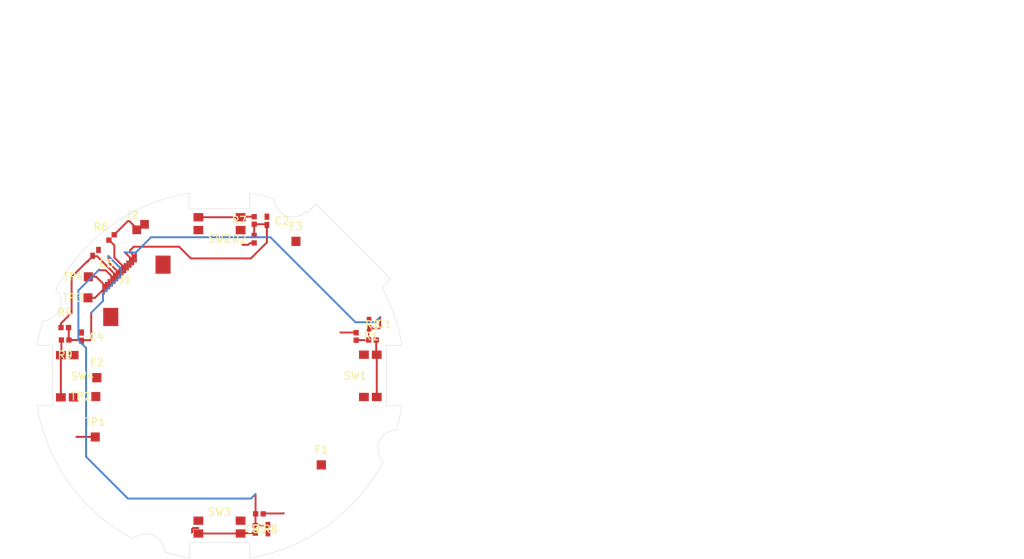
<source format=kicad_pcb>
(kicad_pcb (version 20241229) (generator "ipc2581_to_kicad") (generator_version "1.0")
  (layers (0 "F.Cu" signal) (2 "B.Cu" signal) (1 "F.Mask" user) (3 "B.Mask" user) (5 "F.SilkS" user "F.Silkscreen") (7 "B.SilkS" user "B.Silkscreen") (13 "F.Paste" user) (15 "B.Paste" user) (25 "Edge.Cuts" user))
  (net 0 "")
  (net 1 "No Net")
  (net 2 +5V)
  (net 3 PA3_BTN4)
  (net 4 PA2_BTN3)
  (net 5 NetJ2_1)
  (net 6 PGND)
  (net 7 NetR9_2)
  (net 8 PA1_BTN2)
  (net 9 PA0_BTN1)
  (net 10 NetR5_2)
  (net 11 NetR8_2)
  (net 12 NetR7_2)
  (net 13 DISPLAY_TXD2_P302)
  (net 14 DISPLAY_RXD2_P301)
  (net 15 PA4_BUZZER)
  (footprint "ipc2581:FUDICIAL MARKS" (layer "F.Cu") (at 34.315898 -41.946878)
    (property "Reference" F3 (at 0 -2 0) (layer "F.SilkS"))
    (property "Value" "FUDICIAL MARKS")
    (pad 0 smd rect (at 0 0) (size 1.203198 1.203198) (layers "F.Cu" "F.Paste" "F.Mask"))
    (pad 0 smd rect (at 0 0) (size 1.203198 1.203198) (layers "F.Cu" "F.Paste" "F.Mask"))
  )
  (footprint "ipc2581:FUDICIAL MARKS" (layer "F.Cu") (at 7.926817 -23.886414)
    (property "Reference" F2 (at 0 -2 0) (layer "F.SilkS"))
    (property "Value" "FUDICIAL MARKS")
    (pad 0 smd rect (at 0 0) (size 1.203198 1.203198) (layers "F.Cu" "F.Paste" "F.Mask"))
    (pad 0 smd rect (at 0 0) (size 1.203198 1.203198) (layers "F.Cu" "F.Paste" "F.Mask"))
  )
  (footprint "ipc2581:FUDICIAL MARKS" (layer "F.Cu") (at 37.674814 -12.327578)
    (property "Reference" F1 (at 0 -2 0) (layer "F.SilkS"))
    (property "Value" "FUDICIAL MARKS")
    (pad 0 smd rect (at 0 0) (size 1.203198 1.203198) (layers "F.Cu" "F.Paste" "F.Mask"))
    (pad 0 smd rect (at 0 0) (size 1.203198 1.203198) (layers "F.Cu" "F.Paste" "F.Mask"))
  )
  (footprint "ipc2581:CAP-CAPC1005X55N" (layer "F.Cu") (at 7.7575 -40.420503 225)
    (property "Reference" C5 (at 0 -2 0) (layer "F.SilkS"))
    (property "Value" CAP-CAPC1005X55N)
    (pad 1 smd rect (at -0.549996 -0.000003) (size 0.623199 0.823199) (layers "F.Cu" "F.Paste" "F.Mask"))
    (pad 2 smd rect (at 0.549996 0.000003) (size 0.623199 0.823199) (layers "F.Cu" "F.Paste" "F.Mask"))
  )
  (footprint "ipc2581:RES-0402" (layer "F.Cu") (at 3.730615 -28.876615 180)
    (property "Reference" R9 (at 0 -2 0) (layer "F.SilkS"))
    (property "Value" RES-0402)
    (pad 1 smd rect (at -0.499999 0) (size 0.701599 0.701599) (layers "F.Cu" "F.Paste" "F.Mask"))
    (pad 2 smd rect (at 0.499999 0) (size 0.701599 0.701599) (layers "F.Cu" "F.Paste" "F.Mask"))
  )
  (footprint "ipc2581:RES-0402" (layer "F.Cu") (at 28.927415 -3.789416 270)
    (property "Reference" R8 (at 0 -2 0) (layer "F.SilkS"))
    (property "Value" RES-0402)
    (pad 1 smd rect (at -0.499999 0) (size 0.701599 0.701599) (layers "F.Cu" "F.Paste" "F.Mask"))
    (pad 2 smd rect (at 0.499999 0) (size 0.701599 0.701599) (layers "F.Cu" "F.Paste" "F.Mask"))
  )
  (footprint "ipc2581:RES-0402" (layer "F.Cu") (at 28.775015 -44.718214 90)
    (property "Reference" R7 (at 0 -2 0) (layer "F.SilkS"))
    (property "Value" RES-0402)
    (pad 1 smd rect (at -0.499999 0) (size 0.701599 0.701599) (layers "F.Cu" "F.Paste" "F.Mask"))
    (pad 2 smd rect (at 0.499999 0) (size 0.701599 0.701599) (layers "F.Cu" "F.Paste" "F.Mask"))
  )
  (footprint "ipc2581:RES-0402" (layer "F.Cu") (at 44.446815 -28.876615)
    (property "Reference" R5 (at 0 -2 0) (layer "F.SilkS"))
    (property "Value" RES-0402)
    (pad 1 smd rect (at -0.499999 0) (size 0.701599 0.701599) (layers "F.Cu" "F.Paste" "F.Mask"))
    (pad 2 smd rect (at 0.499999 0) (size 0.701599 0.701599) (layers "F.Cu" "F.Paste" "F.Mask"))
  )
  (footprint "ipc2581:CAP-CAPC1005X55N_1" (layer "F.Cu") (at 5.911416 -29.319814 270)
    (property "Reference" C4 (at 0 -2 0) (layer "F.SilkS"))
    (property "Value" CAP-CAPC1005X55N_1)
    (pad 2 smd rect (at 0.549999 0) (size 0.623199 0.823199) (layers "F.Cu" "F.Paste" "F.Mask"))
    (pad 1 smd rect (at -0.549999 0) (size 0.623199 0.823199) (layers "F.Cu" "F.Paste" "F.Mask"))
  )
  (footprint "ipc2581:CAP-CAPC1005X55N_1" (layer "F.Cu") (at 30.601912 -3.81542 90)
    (property "Reference" C3 (at 0 -2 0) (layer "F.SilkS"))
    (property "Value" CAP-CAPC1005X55N_1)
    (pad 2 smd rect (at 0.549999 0) (size 0.623199 0.823199) (layers "F.Cu" "F.Paste" "F.Mask"))
    (pad 1 smd rect (at -0.549999 0) (size 0.623199 0.823199) (layers "F.Cu" "F.Paste" "F.Mask"))
  )
  (footprint "ipc2581:CAP-CAPC1005X55N_1" (layer "F.Cu") (at 30.463995 -44.668214 270)
    (property "Reference" C2 (at 0 -2 0) (layer "F.SilkS"))
    (property "Value" CAP-CAPC1005X55N_1)
    (pad 2 smd rect (at 0.549999 0) (size 0.623199 0.823199) (layers "F.Cu" "F.Paste" "F.Mask"))
    (pad 1 smd rect (at -0.549999 0) (size 0.623199 0.823199) (layers "F.Cu" "F.Paste" "F.Mask"))
  )
  (footprint "ipc2581:CAP-CAPC1005X55N_1" (layer "F.Cu") (at 43.998418 -30.990014 270)
    (property "Reference" C1 (at 0 -2 0) (layer "F.SilkS"))
    (property "Value" CAP-CAPC1005X55N_1)
    (pad 2 smd rect (at 0.549999 0) (size 0.623199 0.823199) (layers "F.Cu" "F.Paste" "F.Mask"))
    (pad 1 smd rect (at -0.549999 0) (size 0.623199 0.823199) (layers "F.Cu" "F.Paste" "F.Mask"))
  )
  (footprint "ipc2581:TP_1_smd" (layer "F.Cu") (at 6.804015 -37.258615 90)
    (property "Reference" TP4 (at 0 -2 0) (layer "F.SilkS"))
    (property "Value" TP_1_smd)
    (pad 1 smd rect (at 0 0) (size 1.203198 1.203198) (layers "F.Cu" "F.Paste" "F.Mask"))
  )
  (footprint "ipc2581:TP_1_smd" (layer "F.Cu") (at 6.753215 -34.464615 90)
    (property "Reference" TP3 (at 0 -2 0) (layer "F.SilkS"))
    (property "Value" TP_1_smd)
    (pad 1 smd rect (at 0 0) (size 1.203198 1.203198) (layers "F.Cu" "F.Paste" "F.Mask"))
  )
  (footprint "ipc2581:TP_1_smd" (layer "F.Cu") (at 7.794615 -21.383615 90)
    (property "Reference" TP2 (at 0 -2 0) (layer "F.SilkS"))
    (property "Value" TP_1_smd)
    (pad 1 smd rect (at 0 0) (size 1.203198 1.203198) (layers "F.Cu" "F.Paste" "F.Mask"))
  )
  (footprint "ipc2581:TP_1_smd" (layer "F.Cu") (at 7.718415 -16.024215)
    (property "Reference" TP1 (at 0 -2 0) (layer "F.SilkS"))
    (property "Value" TP_1_smd)
    (pad 1 smd rect (at 0 0) (size 1.203198 1.203198) (layers "F.Cu" "F.Paste" "F.Mask"))
  )
  (footprint "ipc2581:TL1014AF160QG" (layer "F.Cu") (at 4.010015 -24.076015 270)
    (property "Reference" SW4 (at 0 -2 0) (layer "F.SilkS"))
    (property "Value" TL1014AF160QG)
    (pad 2 smd rect (at 2.799999 0.850001) (size 1.301598 1.101598) (layers "F.Cu" "F.Paste" "F.Mask"))
    (pad 4 smd rect (at -2.799999 0.850001) (size 1.301598 1.101598) (layers "F.Cu" "F.Paste" "F.Mask"))
    (pad 3 smd rect (at -2.799999 -0.850001) (size 1.301598 1.101598) (layers "F.Cu" "F.Paste" "F.Mask"))
    (pad 1 smd rect (at 2.799999 -0.850001) (size 1.301598 1.101598) (layers "F.Cu" "F.Paste" "F.Mask"))
  )
  (footprint "ipc2581:TL1014AF160QG" (layer "F.Cu") (at 24.177615 -4.086215)
    (property "Reference" SW3 (at 0 -2 0) (layer "F.SilkS"))
    (property "Value" TL1014AF160QG)
    (pad 2 smd rect (at 2.799999 0.850001) (size 1.301598 1.101598) (layers "F.Cu" "F.Paste" "F.Mask"))
    (pad 4 smd rect (at -2.799999 0.850001) (size 1.301598 1.101598) (layers "F.Cu" "F.Paste" "F.Mask"))
    (pad 3 smd rect (at -2.799999 -0.850001) (size 1.301598 1.101598) (layers "F.Cu" "F.Paste" "F.Mask"))
    (pad 1 smd rect (at 2.799999 -0.850001) (size 1.301598 1.101598) (layers "F.Cu" "F.Paste" "F.Mask"))
  )
  (footprint "ipc2581:TL1014AF160QG" (layer "F.Cu") (at 24.177615 -44.294415 180)
    (property "Reference" SW2 (at 0 -2 0) (layer "F.SilkS"))
    (property "Value" TL1014AF160QG)
    (pad 2 smd rect (at 2.799999 0.850001) (size 1.301598 1.101598) (layers "F.Cu" "F.Paste" "F.Mask"))
    (pad 4 smd rect (at -2.799999 0.850001) (size 1.301598 1.101598) (layers "F.Cu" "F.Paste" "F.Mask"))
    (pad 3 smd rect (at -2.799999 -0.850001) (size 1.301598 1.101598) (layers "F.Cu" "F.Paste" "F.Mask"))
    (pad 1 smd rect (at 2.799999 -0.850001) (size 1.301598 1.101598) (layers "F.Cu" "F.Paste" "F.Mask"))
  )
  (footprint "ipc2581:TL1014AF160QG" (layer "F.Cu") (at 44.167415 -24.126815 90)
    (property "Reference" SW1 (at 0 -2 0) (layer "F.SilkS"))
    (property "Value" TL1014AF160QG)
    (pad 2 smd rect (at 2.799999 0.850001) (size 1.301598 1.101598) (layers "F.Cu" "F.Paste" "F.Mask"))
    (pad 4 smd rect (at -2.799999 0.850001) (size 1.301598 1.101598) (layers "F.Cu" "F.Paste" "F.Mask"))
    (pad 3 smd rect (at -2.799999 -0.850001) (size 1.301598 1.101598) (layers "F.Cu" "F.Paste" "F.Mask"))
    (pad 1 smd rect (at 2.799999 -0.850001) (size 1.301598 1.101598) (layers "F.Cu" "F.Paste" "F.Mask"))
  )
  (footprint "ipc2581:CON-FH1213S05SH55" (layer "F.Cu") (at 13.077815 -35.480615 45)
    (property "Reference" J1 (at 0 -2 0) (layer "F.SilkS"))
    (property "Value" CON-FH1213S05SH55)
    (pad 1 smd rect (at -2.949994 -3.075003) (size 0.339999 1.340002) (layers "F.Cu" "F.Paste" "F.Mask"))
    (pad 2 smd rect (at -2.449998 -3.075013) (size 0.339999 1.340002) (layers "F.Cu" "F.Paste" "F.Mask"))
    (pad 3 smd rect (at -1.949994 -3.074995) (size 0.339999 1.340002) (layers "F.Cu" "F.Paste" "F.Mask"))
    (pad 4 smd rect (at -1.449982 -3.075) (size 0.339999 1.340002) (layers "F.Cu" "F.Paste" "F.Mask"))
    (pad 5 smd rect (at -0.950011 -3.074995) (size 0.339999 1.340002) (layers "F.Cu" "F.Paste" "F.Mask"))
    (pad 6 smd rect (at -0.449989 -3.075015) (size 0.339999 1.340002) (layers "F.Cu" "F.Paste" "F.Mask"))
    (pad 7 smd rect (at 0.049995 -3.07499) (size 0.339999 1.340002) (layers "F.Cu" "F.Paste" "F.Mask"))
    (pad 8 smd rect (at 0.549999 -3.075) (size 0.339999 1.340002) (layers "F.Cu" "F.Paste" "F.Mask"))
    (pad 9 smd rect (at 1.049993 -3.07499) (size 0.339999 1.340002) (layers "F.Cu" "F.Paste" "F.Mask"))
    (pad 11 smd rect (at 2.049981 -3.075033) (size 0.339999 1.340002) (layers "F.Cu" "F.Paste" "F.Mask"))
    (pad 12 smd rect (at 2.55 -3.07499) (size 0.339999 1.340002) (layers "F.Cu" "F.Paste" "F.Mask"))
    (pad 13 smd rect (at 3.050002 -3.075003) (size 0.339999 1.340002) (layers "F.Cu" "F.Paste" "F.Mask"))
    (pad MP2 smd rect (at 4.95 0.174986) (size 2.003196 2.403201) (layers "F.Cu" "F.Paste" "F.Mask"))
    (pad MP1 smd rect (at -4.849998 0.174998) (size 2.003196 2.403201) (layers "F.Cu" "F.Paste" "F.Mask"))
    (pad 10 smd rect (at 1.55001 -3.075021) (size 0.339999 1.340002) (layers "F.Cu" "F.Paste" "F.Mask"))
  )
  (footprint "ipc2581:GRPB021VWVN-RC" (layer "F.Cu") (at 13.73016 -43.83815 35)
    (property "Reference" J2 (at 0 -2 0) (layer "F.SilkS"))
    (property "Value" GRPB021VWVN-RC)
    (pad 2 smd rect (at 0.635 0) (size 1.159998 1.159998) (layers "F.Cu" "F.Paste" "F.Mask"))
    (pad 1 smd rect (at -0.635 0) (size 1.159998 1.159998) (layers "F.Cu" "F.Paste" "F.Mask"))
  )
  (footprint "ipc2581:RES-0402_1" (layer "F.Cu") (at 9.879465 -42.467662 45)
    (property "Reference" R6 (at 0 -2 0) (layer "F.SilkS"))
    (property "Value" RES-0402_1)
    (pad 1 smd rect (at -0.499999 0) (size 0.701599 0.701599) (layers "F.Cu" "F.Paste" "F.Mask"))
    (pad 2 smd rect (at 0.499999 0) (size 0.701599 0.701599) (layers "F.Cu" "F.Paste" "F.Mask"))
  )
  (footprint "ipc2581:RES-0402_2" (layer "F.Cu") (at 3.679815 -30.527615)
    (property "Reference" R4 (at 0 -2 0) (layer "F.SilkS"))
    (property "Value" RES-0402_2)
    (pad 2 smd rect (at 0.499999 0) (size 0.701599 0.701599) (layers "F.Cu" "F.Paste" "F.Mask"))
    (pad 1 smd rect (at -0.499999 0) (size 0.701599 0.701599) (layers "F.Cu" "F.Paste" "F.Mask"))
  )
  (footprint "ipc2581:RES-0402_2" (layer "F.Cu") (at 29.468816 -5.838815 180)
    (property "Reference" R3 (at 0 -2 0) (layer "F.SilkS"))
    (property "Value" RES-0402_2)
    (pad 2 smd rect (at 0.499999 0) (size 0.701599 0.701599) (layers "F.Cu" "F.Paste" "F.Mask"))
    (pad 1 smd rect (at -0.499999 0) (size 0.701599 0.701599) (layers "F.Cu" "F.Paste" "F.Mask"))
  )
  (footprint "ipc2581:RES-0402_2" (layer "F.Cu") (at 28.775015 -42.237015 90)
    (property "Reference" R2 (at 0 -2 0) (layer "F.SilkS"))
    (property "Value" RES-0402_2)
    (pad 2 smd rect (at 0.499999 0) (size 0.701599 0.701599) (layers "F.Cu" "F.Paste" "F.Mask"))
    (pad 1 smd rect (at -0.499999 0) (size 0.701599 0.701599) (layers "F.Cu" "F.Paste" "F.Mask"))
  )
  (footprint "ipc2581:RES-0402_2" (layer "F.Cu") (at 42.287815 -29.351214 270)
    (property "Reference" R1 (at 0 -2 0) (layer "F.SilkS"))
    (property "Value" RES-0402_2)
    (pad 2 smd rect (at 0.499999 0) (size 0.701599 0.701599) (layers "F.Cu" "F.Paste" "F.Mask"))
    (pad 1 smd rect (at -0.499999 0) (size 0.701599 0.701599) (layers "F.Cu" "F.Paste" "F.Mask"))
  )
  (gr_line (start 0.00635 -20.177613) (end 2.077616 -20.177615) (stroke (width 0.05)) (layer "Edge.Cuts"))
  (gr_line (start 2.077616 -20.177615) (end 2.077616 -28.177614) (stroke (width 0.05)) (layer "Edge.Cuts"))
  (gr_line (start 2.077616 -28.177614) (end 0.006353 -28.177614) (stroke (width 0.05)) (layer "Edge.Cuts"))
  (gr_line (start 20.177615 -48.348877) (end 20.177615 -46.277614) (stroke (width 0.05)) (layer "Edge.Cuts"))
  (gr_line (start 20.177615 -46.277614) (end 28.177614 -46.277614) (stroke (width 0.05)) (layer "Edge.Cuts"))
  (gr_line (start 28.177614 -46.277614) (end 28.177614 -48.348877) (stroke (width 0.05)) (layer "Edge.Cuts"))
  (gr_line (start 35.829824 -45.729319) (end 36.961196 -46.860691) (stroke (width 0.05)) (layer "Edge.Cuts"))
  (gr_line (start 36.961196 -46.860691) (end 46.860691 -36.961196) (stroke (width 0.05)) (layer "Edge.Cuts"))
  (gr_line (start 46.860691 -36.961196) (end 45.729319 -35.829824) (stroke (width 0.05)) (layer "Edge.Cuts"))
  (gr_line (start 48.348877 -28.177614) (end 46.277614 -28.177614) (stroke (width 0.05)) (layer "Edge.Cuts"))
  (gr_line (start 46.277614 -28.177614) (end 46.277614 -20.177615) (stroke (width 0.05)) (layer "Edge.Cuts"))
  (gr_line (start 46.277614 -20.177615) (end 48.348877 -20.177615) (stroke (width 0.05)) (layer "Edge.Cuts"))
  (gr_line (start 28.177614 -0.006353) (end 28.177614 -2.077616) (stroke (width 0.05)) (layer "Edge.Cuts"))
  (gr_line (start 28.177614 -2.077616) (end 20.177615 -2.077616) (stroke (width 0.05)) (layer "Edge.Cuts"))
  (gr_line (start 20.177615 -2.077616) (end 20.177615 -0.006353) (stroke (width 0.05)) (layer "Edge.Cuts"))
  (gr_arc (start 0.006353 -28.177614) (mid 0.333207 -29.807366) (end 0.769815 -31.411205) (stroke (width 0.05)) (layer "Edge.Cuts"))
  (gr_arc (start 0.769813 -31.411205) (mid 2.992041 -32.952966) (end 2.510876 -35.614508) (stroke (width 0.05)) (layer "Edge.Cuts"))
  (gr_arc (start 2.510879 -35.614511) (mid 9.851542 -44.052564) (end 20.177615 -48.348875) (stroke (width 0.05)) (layer "Edge.Cuts"))
  (gr_arc (start 28.177614 -48.348877) (mid 29.807366 -48.022025) (end 31.411205 -47.585416) (stroke (width 0.05)) (layer "Edge.Cuts"))
  (gr_arc (start 31.411205 -47.585417) (mid 32.952966 -45.363186) (end 35.614509 -45.844353) (stroke (width 0.05)) (layer "Edge.Cuts"))
  (gr_arc (start 35.614511 -45.844351) (mid 35.722311 -45.787104) (end 35.829824 -45.72932) (stroke (width 0.05)) (layer "Edge.Cuts"))
  (gr_arc (start 45.729319 -35.829824) (mid 47.357057 -32.112565) (end 48.348879 -28.177614) (stroke (width 0.05)) (layer "Edge.Cuts"))
  (gr_arc (start 48.348877 -20.177615) (mid 48.022025 -18.547863) (end 47.585417 -16.944025) (stroke (width 0.05)) (layer "Edge.Cuts"))
  (gr_arc (start 47.585417 -16.944025) (mid 45.363182 -15.402264) (end 45.844348 -12.740716) (stroke (width 0.05)) (layer "Edge.Cuts"))
  (gr_arc (start 45.844351 -12.740719) (mid 38.503689 -4.302663) (end 28.177614 -0.006352) (stroke (width 0.05)) (layer "Edge.Cuts"))
  (gr_arc (start 20.177615 -0.006353) (mid 18.547863 -0.333206) (end 16.944025 -0.769813) (stroke (width 0.05)) (layer "Edge.Cuts"))
  (gr_arc (start 16.944025 -0.769813) (mid 15.402263 -2.992045) (end 12.740716 -2.510882) (stroke (width 0.05)) (layer "Edge.Cuts"))
  (gr_arc (start 12.740719 -2.510879) (mid 4.302665 -9.851541) (end 0.006353 -20.177613) (stroke (width 0.05)) (layer "Edge.Cuts"))
  (segment (start 6.606095 -39.245918) (end 6.71654 -39.245918) (width 0.254) (layer "F.Cu") (net 2))
  (segment (start 6.71654 -39.245918) (end 6.71654 -39.312733) (width 0.254) (layer "F.Cu") (net 2))
  (segment (start 4.583684 -37.223507) (end 6.606095 -39.245918) (width 0.254) (layer "F.Cu") (net 2))
  (segment (start 7.368593 -39.964787) (end 7.368593 -40.031599) (width 0.254) (layer "F.Cu") (net 2))
  (segment (start 6.71654 -39.312733) (end 7.368593 -39.964787) (width 0.254) (layer "F.Cu") (net 2))
  (segment (start 7.958966 -39.9796) (end 9.737931 -38.200635) (width 0.254) (layer "F.Cu") (net 2))
  (segment (start 9.737931 -38.184117) (end 10.58526 -37.336788) (width 0.254) (layer "F.Cu") (net 2))
  (segment (start 7.5184 -39.9796) (end 7.958966 -39.9796) (width 0.254) (layer "F.Cu") (net 2))
  (segment (start 9.737931 -38.184117) (end 9.737931 -38.200635) (width 0.254) (layer "F.Cu") (net 2))
  (segment (start 28.743509 -41.70551) (end 28.775015 -41.737016) (width 0.254) (layer "F.Cu") (net 2))
  (segment (start 27.230349 -41.490537) (end 27.982454 -41.490537) (width 0.254) (layer "F.Cu") (net 2))
  (segment (start 27.982454 -41.490537) (end 28.197426 -41.70551) (width 0.254) (layer "F.Cu") (net 2))
  (segment (start 28.197426 -41.70551) (end 28.743509 -41.70551) (width 0.254) (layer "F.Cu") (net 2))
  (segment (start 32.628751 -5.890758) (end 32.680694 -5.942701) (width 0.254) (layer "F.Cu") (net 2))
  (segment (start 30.020758 -5.890758) (end 32.628751 -5.890758) (width 0.254) (layer "F.Cu") (net 2))
  (segment (start 29.968815 -5.838815) (end 30.020758 -5.890758) (width 0.254) (layer "F.Cu") (net 2))
  (segment (start 42.270037 -29.86899) (end 42.287815 -29.851213) (width 0.254) (layer "F.Cu") (net 2))
  (segment (start 40.222965 -29.86899) (end 42.270037 -29.86899) (width 0.254) (layer "F.Cu") (net 2))
  (segment (start 40.205188 -29.886768) (end 40.222965 -29.86899) (width 0.254) (layer "F.Cu") (net 2))
  (segment (start 3.179816 -30.527615) (end 3.179816 -31.081528) (width 0.254) (layer "F.Cu") (net 2))
  (segment (start 3.179816 -31.081528) (end 4.583684 -32.485396) (width 0.254) (layer "F.Cu") (net 2))
  (segment (start 4.583684 -32.485396) (end 4.583684 -37.223507) (width 0.254) (layer "F.Cu") (net 2))
  (segment (start 5.225237 -16.056541) (end 5.241399 -16.040379) (width 0.254) (layer "F.Cu") (net 2))
  (segment (start 5.241399 -16.040379) (end 7.70225 -16.040379) (width 0.254) (layer "F.Cu") (net 2))
  (segment (start 7.70225 -16.040379) (end 7.718415 -16.024215) (width 0.254) (layer "F.Cu") (net 2))
  (segment (start 9.458513 -39.17062) (end 10.93882 -37.690313) (width 0.254) (layer "F.Cu") (net 3))
  (segment (start 9.458513 -39.17062) (end 9.458513 -40.003085) (width 0.254) (layer "F.Cu") (net 3))
  (segment (start 4.179814 -30.527615) (end 4.205214 -30.502215) (width 0.254) (layer "F.Cu") (net 3))
  (segment (start 4.205214 -28.902015) (end 4.205214 -30.502215) (width 0.254) (layer "F.Cu") (net 3))
  (segment (start 4.205214 -28.902015) (end 4.230614 -28.876615) (width 0.254) (layer "F.Cu") (net 3))
  (segment (start 4.230614 -28.876615) (end 5.704616 -28.876615) (width 0.254) (layer "F.Cu") (net 3))
  (segment (start 5.704616 -28.876615) (end 5.811416 -28.769815) (width 0.254) (layer "F.Cu") (net 3))
  (segment (start 5.811416 -28.769815) (end 5.911416 -28.769815) (width 0.254) (layer "F.Cu") (net 3))
  (segment (start 5.911416 -28.769815) (end 5.994415 -28.852815) (width 0.254) (layer "F.Cu") (net 3))
  (segment (start 5.994415 -28.852815) (end 7.031662 -28.852815) (width 0.254) (layer "F.Cu") (net 3))
  (segment (start 7.031662 -28.852815) (end 7.184075 -29.005228) (width 0.254) (layer "F.Cu") (net 3))
  (segment (start 7.184075 -29.005228) (end 7.184075 -32.49229) (width 0.254) (layer "F.Cu") (net 3))
  (segment (start 8.237146 -38.204094) (end 8.321482 -38.119759) (width 0.254) (layer "F.Cu") (net 4))
  (segment (start 8.321482 -38.119759) (end 9.095153 -38.119759) (width 0.254) (layer "F.Cu") (net 4))
  (segment (start 9.095153 -38.119759) (end 10.231707 -36.983205) (width 0.254) (layer "F.Cu") (net 4))
  (segment (start 28.948116 -4.310116) (end 28.965418 -4.327418) (width 0.254) (layer "F.Cu") (net 4))
  (segment (start 28.948116 -4.310116) (end 28.948116 -5.818114) (width 0.254) (layer "F.Cu") (net 4))
  (segment (start 30.563911 -4.327418) (end 30.601912 -4.365419) (width 0.254) (layer "F.Cu") (net 4))
  (segment (start 28.965418 -4.327418) (end 30.563911 -4.327418) (width 0.254) (layer "F.Cu") (net 4))
  (segment (start 28.948116 -5.818114) (end 28.968817 -5.838815) (width 0.254) (layer "F.Cu") (net 4))
  (segment (start 28.958113 -5.849518) (end 28.958113 -8.447562) (width 0.254) (layer "F.Cu") (net 4))
  (segment (start 28.947412 -8.458264) (end 28.958113 -8.447562) (width 0.254) (layer "F.Cu") (net 4))
  (segment (start 28.958113 -5.849518) (end 28.968817 -5.838815) (width 0.254) (layer "F.Cu") (net 4))
  (segment (start 10.233017 -42.827819) (end 12.029506 -44.624308) (width 0.254) (layer "F.Cu") (net 5))
  (segment (start 12.239925 -44.624308) (end 13.300151 -43.564081) (width 0.254) (layer "F.Cu") (net 5))
  (segment (start 12.029506 -44.624308) (end 12.239925 -44.624308) (width 0.254) (layer "F.Cu") (net 5))
  (segment (start 20.683588 -3.963215) (end 21.377615 -3.963215) (width 0.254) (layer "F.Cu") (net 6))
  (segment (start 20.507386 -3.362719) (end 20.550614 -3.405947) (width 0.254) (layer "F.Cu") (net 6))
  (segment (start 20.550614 -3.405947) (end 20.550614 -3.830241) (width 0.254) (layer "F.Cu") (net 6))
  (segment (start 20.550614 -3.830241) (end 20.683588 -3.963215) (width 0.254) (layer "F.Cu") (net 6))
  (segment (start 3.230616 -26.946616) (end 3.230616 -28.876615) (width 0.254) (layer "F.Cu") (net 7))
  (segment (start 3.160014 -26.876014) (end 3.230616 -26.946616) (width 0.254) (layer "F.Cu") (net 7))
  (segment (start 3.160014 -21.276015) (end 3.160014 -26.876014) (width 0.254) (layer "F.Cu") (net 7))
  (segment (start 12.821986 -41.239821) (end 18.827928 -41.239821) (width 0.254) (layer "F.Cu") (net 8))
  (segment (start 28.333212 -39.68652) (end 30.463995 -41.817303) (width 0.254) (layer "F.Cu") (net 8))
  (segment (start 30.463995 -41.817303) (end 30.463995 -44.115683) (width 0.254) (layer "F.Cu") (net 8))
  (segment (start 20.381229 -39.68652) (end 28.333212 -39.68652) (width 0.254) (layer "F.Cu") (net 8))
  (segment (start 18.827928 -41.239821) (end 20.381229 -39.68652) (width 0.254) (layer "F.Cu") (net 8))
  (segment (start 12.345881 -40.525903) (end 13.060136 -39.811648) (width 0.254) (layer "F.Cu") (net 8))
  (segment (start 12.345881 -40.763716) (end 12.821986 -41.239821) (width 0.254) (layer "F.Cu") (net 8))
  (segment (start 12.345881 -40.525903) (end 12.345881 -40.763716) (width 0.254) (layer "F.Cu") (net 8))
  (segment (start 28.775015 -42.737014) (end 28.775015 -44.218215) (width 0.254) (layer "F.Cu") (net 8))
  (segment (start 30.363996 -44.115683) (end 30.463995 -44.115683) (width 0.254) (layer "F.Cu") (net 8))
  (segment (start 30.261463 -44.218215) (end 30.363996 -44.115683) (width 0.254) (layer "F.Cu") (net 8))
  (segment (start 28.775015 -44.218215) (end 30.261463 -44.218215) (width 0.254) (layer "F.Cu") (net 8))
  (segment (start 43.972617 -30.414214) (end 43.998418 -30.440015) (width 0.254) (layer "F.Cu") (net 9))
  (segment (start 43.998418 -30.440015) (end 44.013178 -30.425255) (width 0.254) (layer "F.Cu") (net 9))
  (segment (start 45.322259 -30.425255) (end 45.47105 -30.574046) (width 0.254) (layer "F.Cu") (net 9))
  (segment (start 44.013178 -30.425255) (end 45.322259 -30.425255) (width 0.254) (layer "F.Cu") (net 9))
  (segment (start 45.47105 -30.574046) (end 45.47105 -31.927792) (width 0.254) (layer "F.Cu") (net 9))
  (segment (start 44.098418 -30.440015) (end 44.113178 -30.425255) (width 0.254) (layer "F.Cu") (net 9))
  (segment (start 42.287815 -28.851215) (end 42.300515 -28.863915) (width 0.254) (layer "F.Cu") (net 9))
  (segment (start 42.300515 -28.863915) (end 43.934116 -28.863915) (width 0.254) (layer "F.Cu") (net 9))
  (segment (start 43.972617 -28.902416) (end 43.972617 -30.414214) (width 0.254) (layer "F.Cu") (net 9))
  (segment (start 43.934116 -28.863915) (end 43.972617 -28.902416) (width 0.254) (layer "F.Cu") (net 9))
  (segment (start 11.637749 -40.498898) (end 12.678562 -39.458085) (width 0.254) (layer "F.Cu") (net 9))
  (segment (start 12.678562 -39.458085) (end 12.706591 -39.458085) (width 0.254) (layer "F.Cu") (net 9))
  (segment (start 11.600381 -40.498898) (end 11.637749 -40.498898) (width 0.254) (layer "F.Cu") (net 9))
  (segment (start 45.017416 -21.326815) (end 45.017416 -26.926814) (width 0.254) (layer "F.Cu") (net 10))
  (segment (start 44.946814 -26.997416) (end 45.017416 -26.926814) (width 0.254) (layer "F.Cu") (net 10))
  (segment (start 44.946814 -26.997416) (end 44.946814 -28.876615) (width 0.254) (layer "F.Cu") (net 10))
  (segment (start 26.977614 -3.236214) (end 27.030817 -3.289417) (width 0.254) (layer "F.Cu") (net 11))
  (segment (start 27.030817 -3.289417) (end 28.927415 -3.289417) (width 0.254) (layer "F.Cu") (net 11))
  (segment (start 21.377615 -3.236214) (end 26.977614 -3.236214) (width 0.254) (layer "F.Cu") (net 11))
  (segment (start 21.377615 -45.144416) (end 26.977614 -45.144416) (width 0.254) (layer "F.Cu") (net 12))
  (segment (start 26.977614 -45.144416) (end 27.051411 -45.218213) (width 0.254) (layer "F.Cu") (net 12))
  (segment (start 27.051411 -45.218213) (end 28.775015 -45.218213) (width 0.254) (layer "F.Cu") (net 12))
  (segment (start 7.834996 -37.258615) (end 9.171043 -35.922567) (width 0.254) (layer "F.Cu") (net 13))
  (segment (start 6.804015 -37.258615) (end 7.834996 -37.258615) (width 0.254) (layer "F.Cu") (net 13))
  (segment (start 8.78921 -35.568194) (end 8.789213 -35.568194) (width 0.254) (layer "F.Cu") (net 14))
  (segment (start 7.685631 -34.464615) (end 8.78921 -35.568194) (width 0.254) (layer "F.Cu") (net 14))
  (segment (start 6.753215 -34.464615) (end 7.685631 -34.464615) (width 0.254) (layer "F.Cu") (net 14))
  (segment (start 10.245649 -39.800987) (end 10.245649 -41.422993) (width 0.254) (layer "F.Cu") (net 15))
  (segment (start 10.245649 -39.800987) (end 11.645925 -38.400711) (width 0.254) (layer "F.Cu") (net 15))
  (segment (start 9.554527 -42.114114) (end 10.245649 -41.422993) (width 0.254) (layer "F.Cu") (net 15))
  (segment (start 9.525909 -42.114114) (end 9.554527 -42.114114) (width 0.254) (layer "F.Cu") (net 15))
  (segment (start 5.482298 -35.449246) (end 8.237146 -38.204094) (width 0.254) (layer "B.Cu") (net 4))
  (segment (start 5.482298 -28.83887) (end 6.503002 -27.818166) (width 0.254) (layer "B.Cu") (net 4))
  (segment (start 6.503002 -13.406628) (end 6.503002 -27.818166) (width 0.254) (layer "B.Cu") (net 4))
  (segment (start 5.482298 -28.83887) (end 5.482298 -35.449246) (width 0.254) (layer "B.Cu") (net 4))
  (segment (start 12.04437 -7.86526) (end 28.354409 -7.86526) (width 0.254) (layer "B.Cu") (net 4))
  (segment (start 28.354409 -7.86526) (end 28.947412 -8.458264) (width 0.254) (layer "B.Cu") (net 4))
  (segment (start 6.503002 -13.406628) (end 12.04437 -7.86526) (width 0.254) (layer "B.Cu") (net 4))
  (segment (start 15.109911 -42.491101) (end 30.929163 -42.491101) (width 0.254) (layer "B.Cu") (net 9))
  (segment (start 30.929163 -42.491101) (end 42.187457 -31.232808) (width 0.254) (layer "B.Cu") (net 9))
  (segment (start 13.100205 -40.481395) (end 15.109911 -42.491101) (width 0.254) (layer "B.Cu") (net 9))
  (segment (start 42.187457 -31.232808) (end 44.776065 -31.232808) (width 0.254) (layer "B.Cu") (net 9))
  (segment (start 11.617884 -40.481395) (end 13.100205 -40.481395) (width 0.254) (layer "B.Cu") (net 9))
  (segment (start 44.776065 -31.232808) (end 45.47105 -31.927792) (width 0.254) (layer "B.Cu") (net 9))
  (segment (start 8.741468 -35.04091) (end 11.144936 -37.444378) (width 0.254) (layer "B.Cu") (net 3))
  (segment (start 8.741468 -34.049683) (end 8.741468 -35.04091) (width 0.254) (layer "B.Cu") (net 3))
  (segment (start 11.144936 -37.444378) (end 11.144936 -38.314914) (width 0.254) (layer "B.Cu") (net 3))
  (segment (start 9.458513 -40.001337) (end 11.144936 -38.314914) (width 0.254) (layer "B.Cu") (net 3))
  (segment (start 7.184075 -32.49229) (end 8.741468 -34.049683) (width 0.254) (layer "B.Cu") (net 3))
  (segment (start 9.458513 -40.001337) (end 9.458513 -40.003085) (width 0.254) (layer "B.Cu") (net 3))
)
</source>
